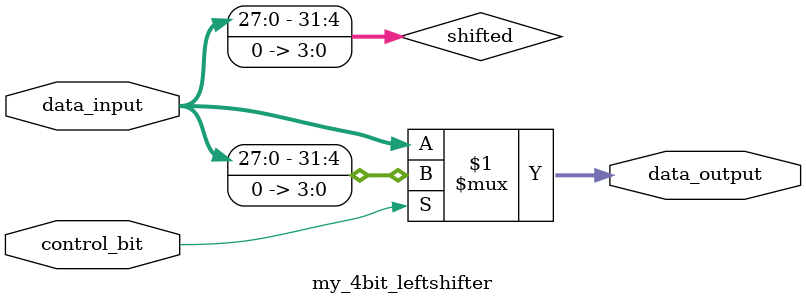
<source format=v>
module my_4bit_leftshifter(data_input, control_bit, data_output);

	input [31:0] data_input;
	input control_bit;
	
	wire [31:0] shifted;
	
	output [31:0] data_output;
	
	
	genvar k;
	generate
	for(k = 31; k > 3; k = k-1) begin: my4ShiftLoop
		assign shifted[k] = data_input[k-4];
    end
	endgenerate
    
    genvar j;
	generate
	for(j = 3; j >= 0; j = j-1) begin: my4ShiftLoop2
		assign shifted[j] = 1'b0;
    end
	endgenerate
	
	assign data_output = control_bit ? shifted : data_input;
	
	
	
endmodule
</source>
